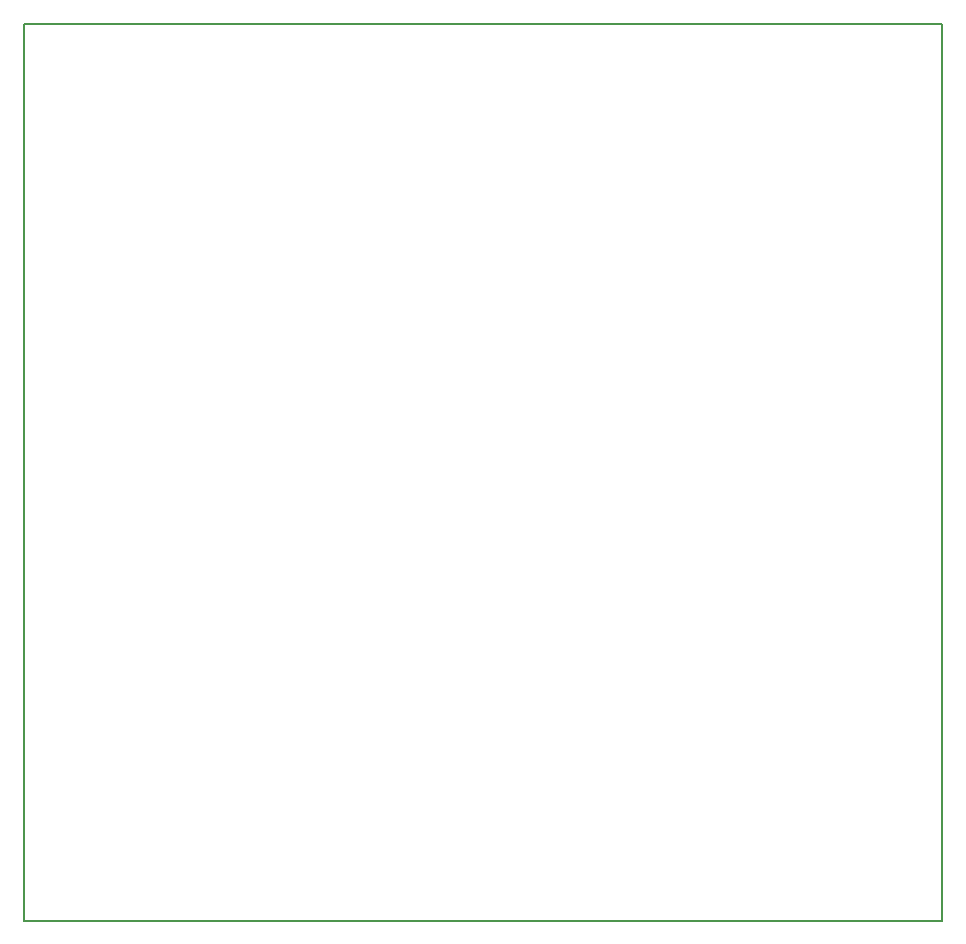
<source format=gbr>
G04 #@! TF.GenerationSoftware,KiCad,Pcbnew,(5.0.1-3-g963ef8bb5)*
G04 #@! TF.CreationDate,2020-02-17T18:14:17-05:00*
G04 #@! TF.ProjectId,v2SLI,7632534C492E6B696361645F70636200,rev?*
G04 #@! TF.SameCoordinates,Original*
G04 #@! TF.FileFunction,Profile,NP*
%FSLAX46Y46*%
G04 Gerber Fmt 4.6, Leading zero omitted, Abs format (unit mm)*
G04 Created by KiCad (PCBNEW (5.0.1-3-g963ef8bb5)) date Monday, February 17, 2020 at 06:14:17 PM*
%MOMM*%
%LPD*%
G01*
G04 APERTURE LIST*
%ADD10C,0.150000*%
G04 APERTURE END LIST*
D10*
X202184000Y-33020000D02*
X124460000Y-33020000D01*
X202184000Y-108966000D02*
X202184000Y-33020000D01*
X124460000Y-108966000D02*
X202184000Y-108966000D01*
X124460000Y-33020000D02*
X124460000Y-108966000D01*
M02*

</source>
